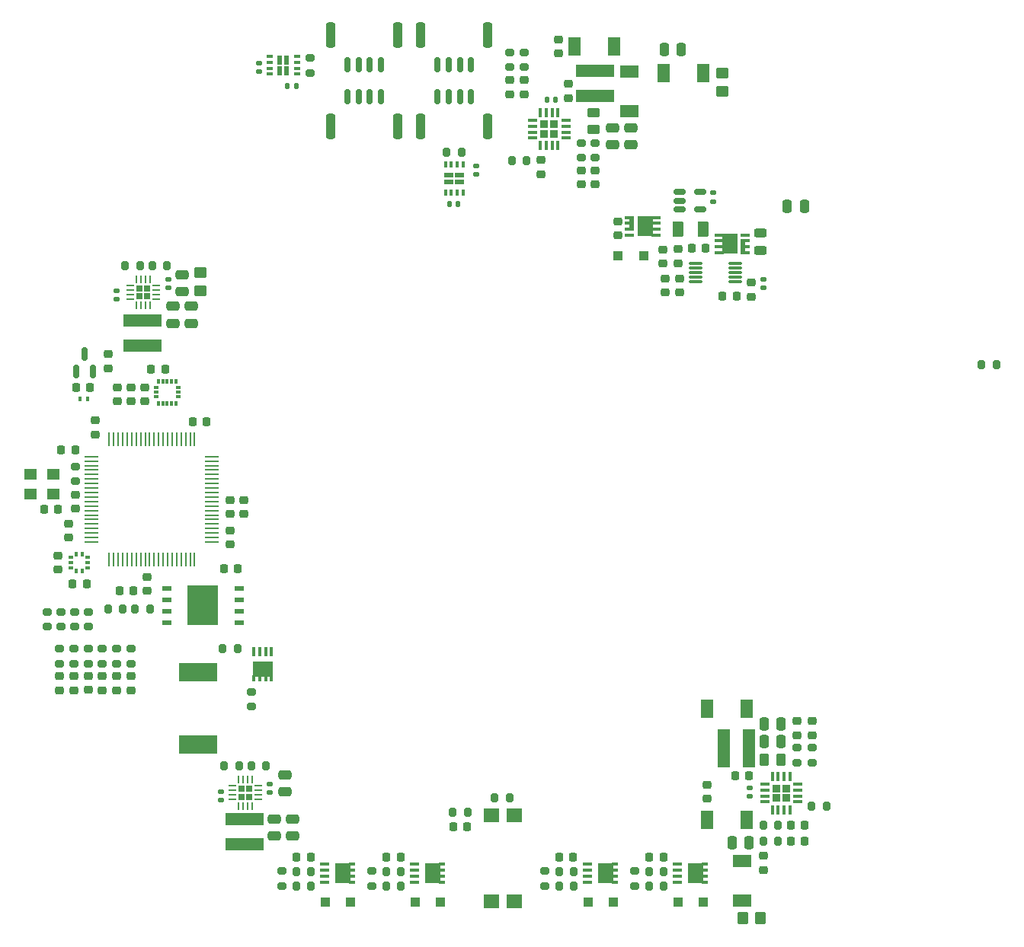
<source format=gbr>
%TF.GenerationSoftware,KiCad,Pcbnew,6.0.5-a6ca702e91~116~ubuntu20.04.1*%
%TF.CreationDate,2022-05-11T20:42:01+02:00*%
%TF.ProjectId,uHoubolt_PCB_PMU,75486f75-626f-46c7-945f-5043425f504d,rev?*%
%TF.SameCoordinates,PX8583b00PY5f5e100*%
%TF.FileFunction,Paste,Top*%
%TF.FilePolarity,Positive*%
%FSLAX46Y46*%
G04 Gerber Fmt 4.6, Leading zero omitted, Abs format (unit mm)*
G04 Created by KiCad (PCBNEW 6.0.5-a6ca702e91~116~ubuntu20.04.1) date 2022-05-11 20:42:01*
%MOMM*%
%LPD*%
G01*
G04 APERTURE LIST*
G04 Aperture macros list*
%AMRoundRect*
0 Rectangle with rounded corners*
0 $1 Rounding radius*
0 $2 $3 $4 $5 $6 $7 $8 $9 X,Y pos of 4 corners*
0 Add a 4 corners polygon primitive as box body*
4,1,4,$2,$3,$4,$5,$6,$7,$8,$9,$2,$3,0*
0 Add four circle primitives for the rounded corners*
1,1,$1+$1,$2,$3*
1,1,$1+$1,$4,$5*
1,1,$1+$1,$6,$7*
1,1,$1+$1,$8,$9*
0 Add four rect primitives between the rounded corners*
20,1,$1+$1,$2,$3,$4,$5,0*
20,1,$1+$1,$4,$5,$6,$7,0*
20,1,$1+$1,$6,$7,$8,$9,0*
20,1,$1+$1,$8,$9,$2,$3,0*%
G04 Aperture macros list end*
%ADD10RoundRect,0.075000X-0.650000X-0.075000X0.650000X-0.075000X0.650000X0.075000X-0.650000X0.075000X0*%
%ADD11RoundRect,0.218750X-0.256250X0.218750X-0.256250X-0.218750X0.256250X-0.218750X0.256250X0.218750X0*%
%ADD12RoundRect,0.150000X-0.512500X-0.150000X0.512500X-0.150000X0.512500X0.150000X-0.512500X0.150000X0*%
%ADD13RoundRect,0.218750X0.218750X0.256250X-0.218750X0.256250X-0.218750X-0.256250X0.218750X-0.256250X0*%
%ADD14RoundRect,0.147500X-0.172500X0.147500X-0.172500X-0.147500X0.172500X-0.147500X0.172500X0.147500X0*%
%ADD15RoundRect,0.243750X0.456250X-0.243750X0.456250X0.243750X-0.456250X0.243750X-0.456250X-0.243750X0*%
%ADD16R,1.100000X1.100000*%
%ADD17R,1.000000X0.340000*%
%ADD18R,0.500000X1.640000*%
%ADD19R,1.710000X2.290000*%
%ADD20RoundRect,0.218750X0.256250X-0.218750X0.256250X0.218750X-0.256250X0.218750X-0.256250X-0.218750X0*%
%ADD21RoundRect,0.250000X-0.375000X-0.625000X0.375000X-0.625000X0.375000X0.625000X-0.375000X0.625000X0*%
%ADD22RoundRect,0.218750X-0.218750X-0.256250X0.218750X-0.256250X0.218750X0.256250X-0.218750X0.256250X0*%
%ADD23RoundRect,0.147500X0.172500X-0.147500X0.172500X0.147500X-0.172500X0.147500X-0.172500X-0.147500X0*%
%ADD24RoundRect,0.200000X0.200000X0.275000X-0.200000X0.275000X-0.200000X-0.275000X0.200000X-0.275000X0*%
%ADD25RoundRect,0.225000X-0.225000X-0.250000X0.225000X-0.250000X0.225000X0.250000X-0.225000X0.250000X0*%
%ADD26RoundRect,0.225000X-0.250000X0.225000X-0.250000X-0.225000X0.250000X-0.225000X0.250000X0.225000X0*%
%ADD27RoundRect,0.140000X0.170000X-0.140000X0.170000X0.140000X-0.170000X0.140000X-0.170000X-0.140000X0*%
%ADD28R,4.200000X2.000000*%
%ADD29RoundRect,0.200000X-0.275000X0.200000X-0.275000X-0.200000X0.275000X-0.200000X0.275000X0.200000X0*%
%ADD30RoundRect,0.232500X0.232500X-0.232500X0.232500X0.232500X-0.232500X0.232500X-0.232500X-0.232500X0*%
%ADD31RoundRect,0.075000X0.075000X-0.462500X0.075000X0.462500X-0.075000X0.462500X-0.075000X-0.462500X0*%
%ADD32RoundRect,0.075000X0.462500X-0.075000X0.462500X0.075000X-0.462500X0.075000X-0.462500X-0.075000X0*%
%ADD33RoundRect,0.250000X-0.475000X0.250000X-0.475000X-0.250000X0.475000X-0.250000X0.475000X0.250000X0*%
%ADD34RoundRect,0.200000X-0.200000X-0.275000X0.200000X-0.275000X0.200000X0.275000X-0.200000X0.275000X0*%
%ADD35R,1.400000X2.100000*%
%ADD36RoundRect,0.225000X0.225000X0.250000X-0.225000X0.250000X-0.225000X-0.250000X0.225000X-0.250000X0*%
%ADD37RoundRect,0.225000X0.250000X-0.225000X0.250000X0.225000X-0.250000X0.225000X-0.250000X-0.225000X0*%
%ADD38RoundRect,0.200000X0.275000X-0.200000X0.275000X0.200000X-0.275000X0.200000X-0.275000X-0.200000X0*%
%ADD39R,0.990000X0.405000*%
%ADD40R,0.760000X0.405000*%
%ADD41R,1.725000X2.245000*%
%ADD42RoundRect,0.150000X0.150000X-0.587500X0.150000X0.587500X-0.150000X0.587500X-0.150000X-0.587500X0*%
%ADD43RoundRect,0.250000X0.250000X0.475000X-0.250000X0.475000X-0.250000X-0.475000X0.250000X-0.475000X0*%
%ADD44RoundRect,0.140000X-0.140000X-0.170000X0.140000X-0.170000X0.140000X0.170000X-0.140000X0.170000X0*%
%ADD45R,1.000000X0.500000*%
%ADD46R,3.500000X4.500000*%
%ADD47RoundRect,0.190000X0.190000X0.190000X-0.190000X0.190000X-0.190000X-0.190000X0.190000X-0.190000X0*%
%ADD48RoundRect,0.062500X0.325000X0.062500X-0.325000X0.062500X-0.325000X-0.062500X0.325000X-0.062500X0*%
%ADD49RoundRect,0.062500X0.062500X0.325000X-0.062500X0.325000X-0.062500X-0.325000X0.062500X-0.325000X0*%
%ADD50RoundRect,0.250000X0.450000X-0.350000X0.450000X0.350000X-0.450000X0.350000X-0.450000X-0.350000X0*%
%ADD51R,4.200000X1.400000*%
%ADD52RoundRect,0.250000X0.475000X-0.250000X0.475000X0.250000X-0.475000X0.250000X-0.475000X-0.250000X0*%
%ADD53RoundRect,0.050000X0.150000X0.230000X-0.150000X0.230000X-0.150000X-0.230000X0.150000X-0.230000X0*%
%ADD54RoundRect,0.150000X-0.150000X-0.700000X0.150000X-0.700000X0.150000X0.700000X-0.150000X0.700000X0*%
%ADD55RoundRect,0.250000X-0.250000X-1.150000X0.250000X-1.150000X0.250000X1.150000X-0.250000X1.150000X0*%
%ADD56RoundRect,0.100000X0.100000X-0.175000X0.100000X0.175000X-0.100000X0.175000X-0.100000X-0.175000X0*%
%ADD57RoundRect,0.100000X0.175000X-0.100000X0.175000X0.100000X-0.175000X0.100000X-0.175000X-0.100000X0*%
%ADD58RoundRect,0.250000X-0.250000X-0.475000X0.250000X-0.475000X0.250000X0.475000X-0.250000X0.475000X0*%
%ADD59R,0.600000X1.000000*%
%ADD60R,0.650000X0.350000*%
%ADD61R,1.400000X4.200000*%
%ADD62RoundRect,0.140000X-0.170000X0.140000X-0.170000X-0.140000X0.170000X-0.140000X0.170000X0.140000X0*%
%ADD63R,0.405000X0.990000*%
%ADD64R,0.405000X0.760000*%
%ADD65R,2.245000X1.725000*%
%ADD66RoundRect,0.250000X0.350000X0.450000X-0.350000X0.450000X-0.350000X-0.450000X0.350000X-0.450000X0*%
%ADD67RoundRect,0.062500X-0.675000X-0.062500X0.675000X-0.062500X0.675000X0.062500X-0.675000X0.062500X0*%
%ADD68RoundRect,0.062500X-0.062500X-0.675000X0.062500X-0.675000X0.062500X0.675000X-0.062500X0.675000X0*%
%ADD69RoundRect,0.232500X-0.232500X-0.232500X0.232500X-0.232500X0.232500X0.232500X-0.232500X0.232500X0*%
%ADD70RoundRect,0.075000X-0.462500X-0.075000X0.462500X-0.075000X0.462500X0.075000X-0.462500X0.075000X0*%
%ADD71RoundRect,0.075000X-0.075000X-0.462500X0.075000X-0.462500X0.075000X0.462500X-0.075000X0.462500X0*%
%ADD72RoundRect,0.250000X0.450000X-0.262500X0.450000X0.262500X-0.450000X0.262500X-0.450000X-0.262500X0*%
%ADD73RoundRect,0.140000X0.140000X0.170000X-0.140000X0.170000X-0.140000X-0.170000X0.140000X-0.170000X0*%
%ADD74RoundRect,0.150000X0.150000X0.700000X-0.150000X0.700000X-0.150000X-0.700000X0.150000X-0.700000X0*%
%ADD75RoundRect,0.250000X0.250000X1.150000X-0.250000X1.150000X-0.250000X-1.150000X0.250000X-1.150000X0*%
%ADD76RoundRect,0.250000X-0.450000X0.350000X-0.450000X-0.350000X0.450000X-0.350000X0.450000X0.350000X0*%
%ADD77R,2.100000X1.400000*%
%ADD78R,1.780000X1.500000*%
%ADD79R,1.000000X0.600000*%
%ADD80R,0.350000X0.650000*%
%ADD81R,1.400000X1.200000*%
%ADD82RoundRect,0.250000X0.262500X0.450000X-0.262500X0.450000X-0.262500X-0.450000X0.262500X-0.450000X0*%
%ADD83RoundRect,0.087500X0.087500X-0.187500X0.087500X0.187500X-0.087500X0.187500X-0.087500X-0.187500X0*%
%ADD84RoundRect,0.087500X0.187500X-0.087500X0.187500X0.087500X-0.187500X0.087500X-0.187500X-0.087500X0*%
G04 APERTURE END LIST*
D10*
%TO.C,U1*%
X19000000Y26150000D03*
X19000000Y25650000D03*
X19000000Y25150000D03*
X19000000Y24650000D03*
X19000000Y24150000D03*
X23400000Y24150000D03*
X23400000Y24650000D03*
X23400000Y25150000D03*
X23400000Y25650000D03*
X23400000Y26150000D03*
%TD*%
D11*
%TO.C,R9*%
X25175000Y24050000D03*
X25175000Y22475000D03*
%TD*%
D12*
%TO.C,U2*%
X17237500Y34100000D03*
X17237500Y33150000D03*
X17237500Y32200000D03*
X19512500Y32200000D03*
X19512500Y34100000D03*
%TD*%
D13*
%TO.C,C1*%
X23562500Y22550000D03*
X21987500Y22550000D03*
%TD*%
D14*
%TO.C,C3*%
X26575000Y24420000D03*
X26575000Y23450000D03*
%TD*%
D15*
%TO.C,C4*%
X26175000Y27650000D03*
X26175000Y29525000D03*
%TD*%
D16*
%TO.C,D1*%
X13225000Y27000000D03*
X10425000Y27000000D03*
%TD*%
D17*
%TO.C,Q1*%
X11690000Y31275000D03*
X11690000Y30625000D03*
X11690000Y29975000D03*
D18*
X11940000Y30625000D03*
D17*
X11690000Y29325000D03*
X14590000Y30625000D03*
D19*
X13435000Y30300000D03*
D17*
X14590000Y29325000D03*
X14590000Y31275000D03*
X14590000Y29975000D03*
%TD*%
D11*
%TO.C,R2*%
X15400000Y27737500D03*
X15400000Y26162500D03*
%TD*%
D20*
%TO.C,R5*%
X17100000Y26212500D03*
X17100000Y27787500D03*
%TD*%
D11*
%TO.C,R1*%
X10400000Y30837500D03*
X10400000Y29262500D03*
%TD*%
D21*
%TO.C,R6*%
X17075000Y29950000D03*
X19875000Y29950000D03*
%TD*%
D18*
%TO.C,Q2*%
X24285000Y28025000D03*
D17*
X24535000Y27375000D03*
X24535000Y28025000D03*
X24535000Y28675000D03*
X24535000Y29325000D03*
X21635000Y27375000D03*
X21635000Y28675000D03*
D19*
X22790000Y28350000D03*
D17*
X21635000Y29325000D03*
X21635000Y28025000D03*
%TD*%
D11*
%TO.C,R4*%
X17200000Y24487500D03*
X17200000Y22912500D03*
%TD*%
D22*
%TO.C,R7*%
X18587500Y27850000D03*
X20162500Y27850000D03*
%TD*%
D11*
%TO.C,R3*%
X15650000Y24487500D03*
X15650000Y22912500D03*
%TD*%
D23*
%TO.C,C19*%
X20975000Y33065000D03*
X20975000Y34035000D03*
%TD*%
D24*
%TO.C,R18*%
X-31725000Y-29750000D03*
X-33375000Y-29750000D03*
%TD*%
D25*
%TO.C,C25*%
X-45007500Y-10242500D03*
X-43457500Y-10242500D03*
%TD*%
D22*
%TO.C,D17*%
X13850000Y-39852500D03*
X15425000Y-39852500D03*
%TD*%
D20*
%TO.C,LED1*%
X-43700000Y-21287500D03*
X-43700000Y-19712500D03*
%TD*%
D26*
%TO.C,C8*%
X1850000Y37650000D03*
X1850000Y36100000D03*
%TD*%
D27*
%TO.C,C6*%
X-28300000Y-32680000D03*
X-28300000Y-31720000D03*
%TD*%
D22*
%TO.C,D12*%
X-15337500Y-39852500D03*
X-13762500Y-39852500D03*
%TD*%
D24*
%TO.C,R13*%
X-41622500Y-12232500D03*
X-43272500Y-12232500D03*
%TD*%
D28*
%TO.C,LS1*%
X-36300000Y-27300000D03*
X-36300000Y-19300000D03*
%TD*%
D29*
%TO.C,R45*%
X-48500000Y-16675000D03*
X-48500000Y-18325000D03*
%TD*%
D30*
%TO.C,U14*%
X27985000Y-33294651D03*
X29065000Y-33294651D03*
X27985000Y-32214651D03*
X29065000Y-32214651D03*
D31*
X27550000Y-34592151D03*
X28200000Y-34592151D03*
X28850000Y-34592151D03*
X29500000Y-34592151D03*
D32*
X30362500Y-33729651D03*
X30362500Y-33079651D03*
X30362500Y-32429651D03*
X30362500Y-31779651D03*
D31*
X29500000Y-30917151D03*
X28850000Y-30917151D03*
X28200000Y-30917151D03*
X27550000Y-30917151D03*
D32*
X26687500Y-31779651D03*
X26687500Y-32429651D03*
X26687500Y-33079651D03*
X26687500Y-33729651D03*
%TD*%
D33*
%TO.C,C5*%
X-26650000Y-30700000D03*
X-26650000Y-32600000D03*
%TD*%
D34*
%TO.C,R35*%
X-15375000Y-41452500D03*
X-13725000Y-41452500D03*
%TD*%
D35*
%TO.C,D22*%
X20325000Y-23400000D03*
X24725000Y-23400000D03*
%TD*%
D22*
%TO.C,D14*%
X3850000Y-39852500D03*
X5425000Y-39852500D03*
%TD*%
D36*
%TO.C,C41*%
X-48650000Y-9512500D03*
X-50200000Y-9512500D03*
%TD*%
D29*
%TO.C,R53*%
X30250000Y-27704651D03*
X30250000Y-29354651D03*
%TD*%
D37*
%TO.C,C57*%
X31950000Y-26304651D03*
X31950000Y-24754651D03*
%TD*%
D38*
%TO.C,R16*%
X-30300000Y-23125000D03*
X-30300000Y-21475000D03*
%TD*%
D39*
%TO.C,Q4*%
X-22180000Y-42642500D03*
D40*
X-19195000Y-41982500D03*
X-19195000Y-40662500D03*
D41*
X-20187500Y-41652500D03*
D40*
X-19195000Y-42642500D03*
X-19195000Y-41322500D03*
D39*
X-22180000Y-41982500D03*
X-22180000Y-40662500D03*
X-22180000Y-41322500D03*
%TD*%
D33*
%TO.C,C48*%
X-37050000Y21400000D03*
X-37050000Y19500000D03*
%TD*%
D27*
%TO.C,C15*%
X-33700000Y-33530000D03*
X-33700000Y-32570000D03*
%TD*%
D42*
%TO.C,U7*%
X-49812500Y14182500D03*
X-47912500Y14182500D03*
X-48862500Y16057500D03*
%TD*%
D43*
%TO.C,C60*%
X28500000Y-27029651D03*
X26600000Y-27029651D03*
%TD*%
D44*
%TO.C,C11*%
X2470000Y44400000D03*
X3430000Y44400000D03*
%TD*%
D25*
%TO.C,C40*%
X-41475000Y14437500D03*
X-39925000Y14437500D03*
%TD*%
D45*
%TO.C,U6*%
X-39737500Y-9967500D03*
X-39737500Y-11237500D03*
X-39737500Y-12507500D03*
X-39737500Y-13777500D03*
X-31737500Y-13777500D03*
X-31737500Y-12507500D03*
X-31737500Y-11237500D03*
X-31737500Y-9967500D03*
D46*
X-35737500Y-11872500D03*
%TD*%
D47*
%TO.C,U3*%
X-31440000Y-32260000D03*
X-30560000Y-32260000D03*
X-31440000Y-33140000D03*
X-30560000Y-33140000D03*
D48*
X-29537500Y-33450000D03*
X-29537500Y-32950000D03*
X-29537500Y-32450000D03*
X-29537500Y-31950000D03*
D49*
X-30250000Y-31237500D03*
X-30750000Y-31237500D03*
X-31250000Y-31237500D03*
X-31750000Y-31237500D03*
D48*
X-32462500Y-31950000D03*
X-32462500Y-32450000D03*
X-32462500Y-32950000D03*
X-32462500Y-33450000D03*
D49*
X-31750000Y-34162500D03*
X-31250000Y-34162500D03*
X-30750000Y-34162500D03*
X-30250000Y-34162500D03*
%TD*%
D20*
%TO.C,D4*%
X-1650000Y44965000D03*
X-1650000Y46540000D03*
%TD*%
D50*
%TO.C,F2*%
X22000000Y45325000D03*
X22000000Y47325000D03*
%TD*%
D29*
%TO.C,R36*%
X-16950000Y-41427500D03*
X-16950000Y-43077500D03*
%TD*%
%TO.C,R10*%
X-51700000Y-16675000D03*
X-51700000Y-18325000D03*
%TD*%
D51*
%TO.C,L2*%
X7875000Y47600000D03*
X7875000Y44800000D03*
%TD*%
D29*
%TO.C,R33*%
X-26950000Y-41427500D03*
X-26950000Y-43077500D03*
%TD*%
D43*
%TO.C,C52*%
X24950000Y-38300000D03*
X23050000Y-38300000D03*
%TD*%
D37*
%TO.C,C10*%
X4850000Y44575000D03*
X4850000Y46125000D03*
%TD*%
D26*
%TO.C,C35*%
X-43700000Y12412500D03*
X-43700000Y10862500D03*
%TD*%
D37*
%TO.C,C23*%
X-50700000Y-4325000D03*
X-50700000Y-2775000D03*
%TD*%
D51*
%TO.C,L1*%
X-31100000Y-35650000D03*
X-31100000Y-38450000D03*
%TD*%
%TO.C,L3*%
X-42450000Y19850000D03*
X-42450000Y17050000D03*
%TD*%
D20*
%TO.C,LED2*%
X-45300000Y-21287500D03*
X-45300000Y-19712500D03*
%TD*%
D37*
%TO.C,C42*%
X-51825000Y-7887500D03*
X-51825000Y-6337500D03*
%TD*%
D52*
%TO.C,C18*%
X11822500Y39350000D03*
X11822500Y41250000D03*
%TD*%
D29*
%TO.C,R11*%
X-43700000Y-16675000D03*
X-43700000Y-18325000D03*
%TD*%
D34*
%TO.C,R51*%
X26525000Y-36329651D03*
X28175000Y-36329651D03*
%TD*%
D53*
%TO.C,D8*%
X-48550000Y11100000D03*
X-49350000Y11100000D03*
%TD*%
D29*
%TO.C,R23*%
X-50000Y49625000D03*
X-50000Y47975000D03*
%TD*%
D25*
%TO.C,C2*%
X-53375000Y-1212500D03*
X-51825000Y-1212500D03*
%TD*%
D39*
%TO.C,Q5*%
X-12180000Y-42642500D03*
D41*
X-10187500Y-41652500D03*
D40*
X-9195000Y-42642500D03*
X-9195000Y-41982500D03*
X-9195000Y-41322500D03*
X-9195000Y-40662500D03*
D39*
X-12180000Y-41322500D03*
X-12180000Y-41982500D03*
X-12180000Y-40662500D03*
%TD*%
D26*
%TO.C,C31*%
X-46300000Y16075000D03*
X-46300000Y14525000D03*
%TD*%
D24*
%TO.C,R44*%
X-42725000Y25900000D03*
X-44375000Y25900000D03*
%TD*%
D34*
%TO.C,R40*%
X3825000Y-43052500D03*
X5475000Y-43052500D03*
%TD*%
D54*
%TO.C,J13*%
X-19675000Y48250000D03*
X-18425000Y48250000D03*
X-17175000Y48250000D03*
X-15925000Y48250000D03*
D55*
X-14075000Y51600000D03*
X-21525000Y51600000D03*
%TD*%
D56*
%TO.C,U11*%
X-49775000Y-8037500D03*
X-49175000Y-8037500D03*
D57*
X-48550000Y-7712500D03*
X-48550000Y-7112500D03*
X-48550000Y-6512500D03*
D56*
X-49175000Y-6187500D03*
X-49775000Y-6187500D03*
D57*
X-50400000Y-6512500D03*
X-50400000Y-7112500D03*
X-50400000Y-7712500D03*
%TD*%
D38*
%TO.C,R46*%
X-48500000Y-14225000D03*
X-48500000Y-12575000D03*
%TD*%
D27*
%TO.C,C38*%
X-29475000Y47495000D03*
X-29475000Y48455000D03*
%TD*%
D58*
%TO.C,C7*%
X15550000Y49950000D03*
X17450000Y49950000D03*
%TD*%
D59*
%TO.C,U9*%
X-27187500Y48800000D03*
X-27187500Y47600000D03*
X-26412500Y48800000D03*
X-26412500Y47600000D03*
D60*
X-28350000Y49175000D03*
X-28350000Y48525000D03*
X-28350000Y47875000D03*
X-28350000Y47225000D03*
X-25250000Y47225000D03*
X-25250000Y47875000D03*
X-25250000Y48525000D03*
X-25250000Y49175000D03*
%TD*%
D37*
%TO.C,C30*%
X-32747500Y-1675000D03*
X-32747500Y-125000D03*
%TD*%
D20*
%TO.C,D16*%
X-48500000Y-21275000D03*
X-48500000Y-19700000D03*
%TD*%
D33*
%TO.C,C16*%
X-27800000Y-35600000D03*
X-27800000Y-37500000D03*
%TD*%
D16*
%TO.C,D13*%
X-12150000Y-44852500D03*
X-9350000Y-44852500D03*
%TD*%
D26*
%TO.C,C13*%
X7825000Y36500000D03*
X7825000Y34950000D03*
%TD*%
D61*
%TO.C,L4*%
X22168750Y-27725000D03*
X24968750Y-27725000D03*
%TD*%
D34*
%TO.C,R37*%
X-15375000Y-43052500D03*
X-13725000Y-43052500D03*
%TD*%
D33*
%TO.C,C47*%
X-39050000Y21400000D03*
X-39050000Y19500000D03*
%TD*%
D47*
%TO.C,U13*%
X-42790000Y23390000D03*
X-41910000Y22510000D03*
X-42790000Y22510000D03*
X-41910000Y23390000D03*
D48*
X-40887500Y22200000D03*
X-40887500Y22700000D03*
X-40887500Y23200000D03*
X-40887500Y23700000D03*
D49*
X-41600000Y24412500D03*
X-42100000Y24412500D03*
X-42600000Y24412500D03*
X-43100000Y24412500D03*
D48*
X-43812500Y23700000D03*
X-43812500Y23200000D03*
X-43812500Y22700000D03*
X-43812500Y22200000D03*
D49*
X-43100000Y21487500D03*
X-42600000Y21487500D03*
X-42100000Y21487500D03*
X-41600000Y21487500D03*
%TD*%
D29*
%TO.C,R47*%
X-50000000Y-12575000D03*
X-50000000Y-14225000D03*
%TD*%
D34*
%TO.C,R38*%
X3825000Y-41452500D03*
X5475000Y-41452500D03*
%TD*%
D38*
%TO.C,R26*%
X6325000Y37900000D03*
X6325000Y39550000D03*
%TD*%
D29*
%TO.C,R48*%
X12250000Y-41427500D03*
X12250000Y-43077500D03*
%TD*%
D52*
%TO.C,C14*%
X9775000Y39350000D03*
X9775000Y41250000D03*
%TD*%
D34*
%TO.C,R15*%
X-33525000Y-16700000D03*
X-31875000Y-16700000D03*
%TD*%
D29*
%TO.C,R30*%
X-46900000Y-16675000D03*
X-46900000Y-18325000D03*
%TD*%
%TO.C,R8*%
X-49900000Y3575000D03*
X-49900000Y1925000D03*
%TD*%
D36*
%TO.C,C36*%
X-48257500Y12397500D03*
X-49807500Y12397500D03*
%TD*%
D20*
%TO.C,D9*%
X-46900000Y-21287500D03*
X-46900000Y-19712500D03*
%TD*%
D38*
%TO.C,R25*%
X7825000Y37900000D03*
X7825000Y39550000D03*
%TD*%
D34*
%TO.C,R42*%
X13825000Y-41452500D03*
X15475000Y-41452500D03*
%TD*%
D62*
%TO.C,C32*%
X-5400000Y37005000D03*
X-5400000Y36045000D03*
%TD*%
D63*
%TO.C,Q3*%
X-30090000Y-16970000D03*
D64*
X-28770000Y-19955000D03*
X-28110000Y-19955000D03*
D65*
X-29100000Y-18962500D03*
D64*
X-30090000Y-19955000D03*
X-29430000Y-19955000D03*
D63*
X-28770000Y-16970000D03*
X-28110000Y-16970000D03*
X-29430000Y-16970000D03*
%TD*%
D27*
%TO.C,C46*%
X-45300000Y22170000D03*
X-45300000Y23130000D03*
%TD*%
D22*
%TO.C,D25*%
X-7925000Y-36450000D03*
X-6350000Y-36450000D03*
%TD*%
D27*
%TO.C,C56*%
X25068750Y-33109651D03*
X25068750Y-32149651D03*
%TD*%
D66*
%TO.C,F3*%
X26250000Y-46650000D03*
X24250000Y-46650000D03*
%TD*%
D67*
%TO.C,U5*%
X-48087500Y4687500D03*
X-48087500Y4187500D03*
X-48087500Y3687500D03*
X-48087500Y3187500D03*
X-48087500Y2687500D03*
X-48087500Y2187500D03*
X-48087500Y1687500D03*
X-48087500Y1187500D03*
X-48087500Y687500D03*
X-48087500Y187500D03*
X-48087500Y-312500D03*
X-48087500Y-812500D03*
X-48087500Y-1312500D03*
X-48087500Y-1812500D03*
X-48087500Y-2312500D03*
X-48087500Y-2812500D03*
X-48087500Y-3312500D03*
X-48087500Y-3812500D03*
X-48087500Y-4312500D03*
X-48087500Y-4812500D03*
D68*
X-46150000Y-6750000D03*
X-45650000Y-6750000D03*
X-45150000Y-6750000D03*
X-44650000Y-6750000D03*
X-44150000Y-6750000D03*
X-43650000Y-6750000D03*
X-43150000Y-6750000D03*
X-42650000Y-6750000D03*
X-42150000Y-6750000D03*
X-41650000Y-6750000D03*
X-41150000Y-6750000D03*
X-40650000Y-6750000D03*
X-40150000Y-6750000D03*
X-39650000Y-6750000D03*
X-39150000Y-6750000D03*
X-38650000Y-6750000D03*
X-38150000Y-6750000D03*
X-37650000Y-6750000D03*
X-37150000Y-6750000D03*
X-36650000Y-6750000D03*
D67*
X-34712500Y-4812500D03*
X-34712500Y-4312500D03*
X-34712500Y-3812500D03*
X-34712500Y-3312500D03*
X-34712500Y-2812500D03*
X-34712500Y-2312500D03*
X-34712500Y-1812500D03*
X-34712500Y-1312500D03*
X-34712500Y-812500D03*
X-34712500Y-312500D03*
X-34712500Y187500D03*
X-34712500Y687500D03*
X-34712500Y1187500D03*
X-34712500Y1687500D03*
X-34712500Y2187500D03*
X-34712500Y2687500D03*
X-34712500Y3187500D03*
X-34712500Y3687500D03*
X-34712500Y4187500D03*
X-34712500Y4687500D03*
D68*
X-36650000Y6625000D03*
X-37150000Y6625000D03*
X-37650000Y6625000D03*
X-38150000Y6625000D03*
X-38650000Y6625000D03*
X-39150000Y6625000D03*
X-39650000Y6625000D03*
X-40150000Y6625000D03*
X-40650000Y6625000D03*
X-41150000Y6625000D03*
X-41650000Y6625000D03*
X-42150000Y6625000D03*
X-42650000Y6625000D03*
X-43150000Y6625000D03*
X-43650000Y6625000D03*
X-44150000Y6625000D03*
X-44650000Y6625000D03*
X-45150000Y6625000D03*
X-45650000Y6625000D03*
X-46150000Y6625000D03*
%TD*%
D34*
%TO.C,R50*%
X31900000Y-34229651D03*
X33550000Y-34229651D03*
%TD*%
D33*
%TO.C,C17*%
X-25800000Y-35600000D03*
X-25800000Y-37500000D03*
%TD*%
D39*
%TO.C,Q6*%
X7020000Y-42642500D03*
D40*
X10005000Y-42642500D03*
X10005000Y-41322500D03*
X10005000Y-41982500D03*
D41*
X9012500Y-41652500D03*
D40*
X10005000Y-40662500D03*
D39*
X7020000Y-41982500D03*
X7020000Y-40662500D03*
X7020000Y-41322500D03*
%TD*%
D69*
%TO.C,U4*%
X2210000Y40560000D03*
X3290000Y40560000D03*
X3290000Y41640000D03*
X2210000Y41640000D03*
D70*
X912500Y42075000D03*
X912500Y41425000D03*
X912500Y40775000D03*
X912500Y40125000D03*
D71*
X1775000Y39262500D03*
X2425000Y39262500D03*
X3075000Y39262500D03*
X3725000Y39262500D03*
D70*
X4587500Y40125000D03*
X4587500Y40775000D03*
X4587500Y41425000D03*
X4587500Y42075000D03*
D71*
X3725000Y42937500D03*
X3075000Y42937500D03*
X2425000Y42937500D03*
X1775000Y42937500D03*
%TD*%
D13*
%TO.C,D19*%
X31156250Y-36329651D03*
X29581250Y-36329651D03*
%TD*%
D37*
%TO.C,C54*%
X20300000Y-33375000D03*
X20300000Y-31825000D03*
%TD*%
D39*
%TO.C,Q7*%
X17020000Y-42642500D03*
D40*
X20005000Y-41982500D03*
X20005000Y-41322500D03*
X20005000Y-40662500D03*
D41*
X19012500Y-41652500D03*
D40*
X20005000Y-42642500D03*
D39*
X17020000Y-40662500D03*
X17020000Y-41322500D03*
X17020000Y-41982500D03*
%TD*%
D72*
%TO.C,R27*%
X7650000Y41087500D03*
X7650000Y42912500D03*
%TD*%
D37*
%TO.C,C22*%
X-31147500Y-1675000D03*
X-31147500Y-125000D03*
%TD*%
D34*
%TO.C,R31*%
X-3300000Y-33250000D03*
X-1650000Y-33250000D03*
%TD*%
D37*
%TO.C,C9*%
X3750000Y49500000D03*
X3750000Y51050000D03*
%TD*%
D13*
%TO.C,D20*%
X31156250Y-38050000D03*
X29581250Y-38050000D03*
%TD*%
D37*
%TO.C,C58*%
X30250000Y-26304651D03*
X30250000Y-24754651D03*
%TD*%
D35*
%TO.C,D21*%
X20300000Y-35700000D03*
X24700000Y-35700000D03*
%TD*%
D37*
%TO.C,C26*%
X-41947500Y-10267500D03*
X-41947500Y-8717500D03*
%TD*%
D16*
%TO.C,D18*%
X17050000Y-44852500D03*
X19850000Y-44852500D03*
%TD*%
D29*
%TO.C,R29*%
X-23800000Y49025000D03*
X-23800000Y47375000D03*
%TD*%
D34*
%TO.C,R17*%
X-30375000Y-29750000D03*
X-28725000Y-29750000D03*
%TD*%
D26*
%TO.C,C21*%
X-47657500Y8712500D03*
X-47657500Y7162500D03*
%TD*%
D73*
%TO.C,C37*%
X-7395000Y32750000D03*
X-8355000Y32750000D03*
%TD*%
D16*
%TO.C,D11*%
X-22150000Y-44852500D03*
X-19350000Y-44852500D03*
%TD*%
D22*
%TO.C,D10*%
X-25337500Y-39852500D03*
X-23762500Y-39852500D03*
%TD*%
D35*
%TO.C,D5*%
X5600000Y50300000D03*
X10000000Y50300000D03*
%TD*%
D74*
%TO.C,J15*%
X-15925000Y44750000D03*
X-17175000Y44750000D03*
X-18425000Y44750000D03*
X-19675000Y44750000D03*
D75*
X-21525000Y41400000D03*
X-14075000Y41400000D03*
%TD*%
D76*
%TO.C,F1*%
X-36050000Y25150000D03*
X-36050000Y23150000D03*
%TD*%
D34*
%TO.C,R56*%
X-7950000Y-34900000D03*
X-6300000Y-34900000D03*
%TD*%
D74*
%TO.C,J16*%
X-5925000Y44750000D03*
X-7175000Y44750000D03*
X-8425000Y44750000D03*
X-9675000Y44750000D03*
D75*
X-4075000Y41400000D03*
X-11525000Y41400000D03*
%TD*%
D35*
%TO.C,D23*%
X15425000Y47375000D03*
X19825000Y47375000D03*
%TD*%
D29*
%TO.C,R19*%
X-50100000Y-16675000D03*
X-50100000Y-18325000D03*
%TD*%
D26*
%TO.C,C20*%
X-49900000Y450000D03*
X-49900000Y-1100000D03*
%TD*%
D34*
%TO.C,R28*%
X-8650000Y38550000D03*
X-7000000Y38550000D03*
%TD*%
%TO.C,R43*%
X-41375000Y25900000D03*
X-39725000Y25900000D03*
%TD*%
D77*
%TO.C,D24*%
X24200000Y-40300000D03*
X24200000Y-44700000D03*
%TD*%
D78*
%TO.C,U12*%
X-1130000Y-35235000D03*
X-3670000Y-35235000D03*
X-3670000Y-44765000D03*
X-1130000Y-44765000D03*
%TD*%
D33*
%TO.C,C44*%
X-38050000Y24900000D03*
X-38050000Y23000000D03*
%TD*%
D29*
%TO.C,R21*%
X-53000000Y-12575000D03*
X-53000000Y-14225000D03*
%TD*%
D54*
%TO.C,J14*%
X-9675000Y48250000D03*
X-8425000Y48250000D03*
X-7175000Y48250000D03*
X-5925000Y48250000D03*
D55*
X-11525000Y51600000D03*
X-4075000Y51600000D03*
%TD*%
D79*
%TO.C,U8*%
X-7200000Y35987500D03*
X-8400000Y35987500D03*
X-8400000Y35212500D03*
X-7200000Y35212500D03*
D80*
X-8775000Y34050000D03*
X-8125000Y34050000D03*
X-7475000Y34050000D03*
X-6825000Y34050000D03*
X-6825000Y37150000D03*
X-7475000Y37150000D03*
X-8125000Y37150000D03*
X-8775000Y37150000D03*
%TD*%
D20*
%TO.C,D7*%
X-50100000Y-21287500D03*
X-50100000Y-19712500D03*
%TD*%
D24*
%TO.C,R14*%
X-44622500Y-12232500D03*
X-46272500Y-12232500D03*
%TD*%
D34*
%TO.C,R32*%
X-25375000Y-41452500D03*
X-23725000Y-41452500D03*
%TD*%
%TO.C,R49*%
X13825000Y-43052500D03*
X15475000Y-43052500D03*
%TD*%
D20*
%TO.C,D3*%
X-50000Y44965000D03*
X-50000Y46540000D03*
%TD*%
D36*
%TO.C,C27*%
X-31825000Y-7800000D03*
X-33375000Y-7800000D03*
%TD*%
D26*
%TO.C,C24*%
X-32700000Y-3537500D03*
X-32700000Y-5087500D03*
%TD*%
D29*
%TO.C,R54*%
X31950000Y-27704651D03*
X31950000Y-29354651D03*
%TD*%
D81*
%TO.C,X1*%
X-54870000Y487500D03*
X-52330000Y487500D03*
X-52330000Y2687500D03*
X-54870000Y2687500D03*
%TD*%
D34*
%TO.C,R41*%
X50775000Y14900000D03*
X52425000Y14900000D03*
%TD*%
D82*
%TO.C,R55*%
X28462500Y-29029651D03*
X26637500Y-29029651D03*
%TD*%
D34*
%TO.C,R34*%
X-25375000Y-43052500D03*
X-23725000Y-43052500D03*
%TD*%
D36*
%TO.C,C28*%
X-35325000Y8587500D03*
X-36875000Y8587500D03*
%TD*%
D26*
%TO.C,C12*%
X6325000Y36500000D03*
X6325000Y34950000D03*
%TD*%
D24*
%TO.C,R22*%
X250000Y37600000D03*
X-1400000Y37600000D03*
%TD*%
D37*
%TO.C,C39*%
X-42200000Y10862500D03*
X-42200000Y12412500D03*
%TD*%
D16*
%TO.C,D15*%
X7050000Y-44852500D03*
X9850000Y-44852500D03*
%TD*%
D27*
%TO.C,C45*%
X-39550000Y23470000D03*
X-39550000Y24430000D03*
%TD*%
D43*
%TO.C,C59*%
X28500000Y-25029651D03*
X26600000Y-25029651D03*
%TD*%
D73*
%TO.C,C33*%
X-25370000Y45875000D03*
X-26330000Y45875000D03*
%TD*%
D77*
%TO.C,D6*%
X11650000Y47500000D03*
X11650000Y43100000D03*
%TD*%
D29*
%TO.C,R12*%
X-45300000Y-16675000D03*
X-45300000Y-18325000D03*
%TD*%
D26*
%TO.C,C53*%
X26568750Y-39725000D03*
X26568750Y-41275000D03*
%TD*%
D34*
%TO.C,R52*%
X26525000Y-38050000D03*
X28175000Y-38050000D03*
%TD*%
D29*
%TO.C,R24*%
X-1650000Y49625000D03*
X-1650000Y47975000D03*
%TD*%
D20*
%TO.C,D2*%
X-51700000Y-21287500D03*
X-51700000Y-19712500D03*
%TD*%
D43*
%TO.C,C43*%
X31100000Y32550000D03*
X29200000Y32550000D03*
%TD*%
D25*
%TO.C,C29*%
X-51475000Y5387500D03*
X-49925000Y5387500D03*
%TD*%
D26*
%TO.C,C34*%
X-45200000Y12412500D03*
X-45200000Y10862500D03*
%TD*%
D38*
%TO.C,R20*%
X-51500000Y-14225000D03*
X-51500000Y-12575000D03*
%TD*%
D29*
%TO.C,R39*%
X2250000Y-41427500D03*
X2250000Y-43077500D03*
%TD*%
D36*
%TO.C,C55*%
X24975000Y-30825000D03*
X23425000Y-30825000D03*
%TD*%
D83*
%TO.C,U10*%
X-40700000Y10612500D03*
X-40200000Y10612500D03*
X-39700000Y10612500D03*
X-39200000Y10612500D03*
X-38700000Y10612500D03*
D84*
X-38475000Y11337500D03*
X-38475000Y11837500D03*
X-38475000Y12337500D03*
D83*
X-38700000Y13062500D03*
X-39200000Y13062500D03*
X-39700000Y13062500D03*
X-40200000Y13062500D03*
X-40700000Y13062500D03*
D84*
X-40925000Y12337500D03*
X-40925000Y11837500D03*
X-40925000Y11337500D03*
%TD*%
M02*

</source>
